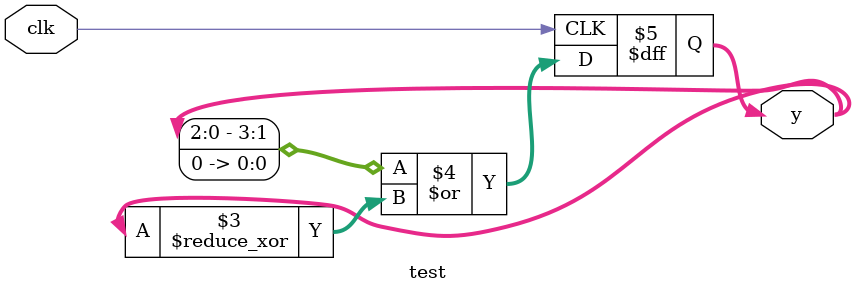
<source format=v>
module test(input clk, output reg [3:0] y);
    always @(posedge clk)
        y <= (y << 1) | ^y;
endmodule

</source>
